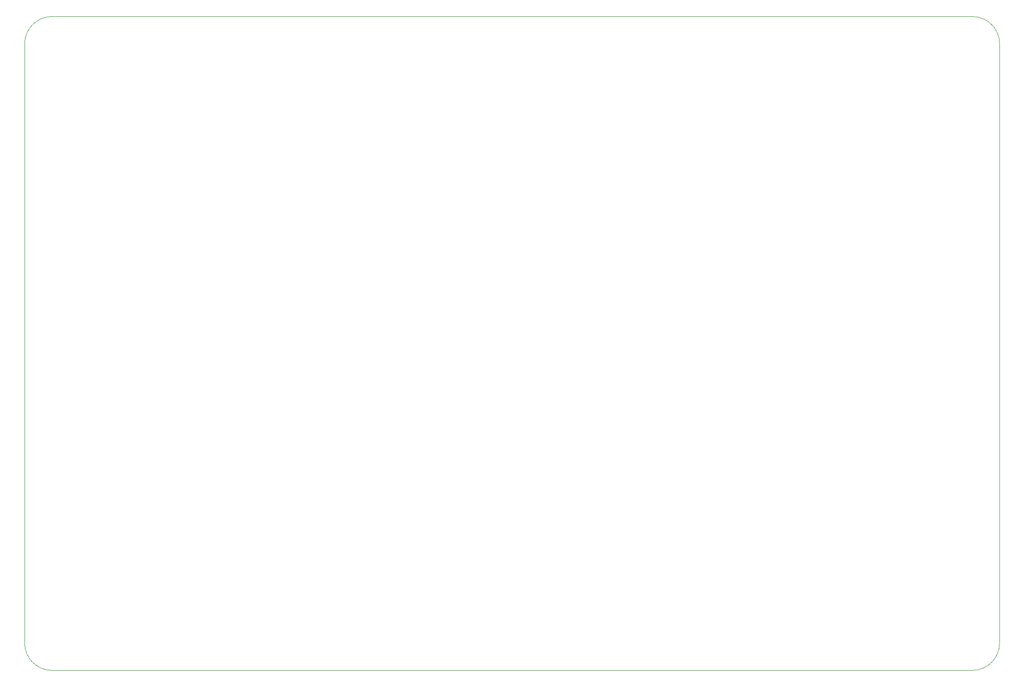
<source format=gm1>
%TF.GenerationSoftware,KiCad,Pcbnew,9.0.2*%
%TF.CreationDate,2025-06-27T07:38:12+02:00*%
%TF.ProjectId,GPIO Backplane Board,4750494f-2042-4616-936b-706c616e6520,Pico GPIO Wide*%
%TF.SameCoordinates,Original*%
%TF.FileFunction,Profile,NP*%
%FSLAX46Y46*%
G04 Gerber Fmt 4.6, Leading zero omitted, Abs format (unit mm)*
G04 Created by KiCad (PCBNEW 9.0.2) date 2025-06-27 07:38:12*
%MOMM*%
%LPD*%
G01*
G04 APERTURE LIST*
%TA.AperFunction,Profile*%
%ADD10C,0.100000*%
%TD*%
G04 APERTURE END LIST*
D10*
X172720000Y45720000D02*
G75*
G02*
X177800000Y40640000I0J-5080000D01*
G01*
X-3810000Y40640000D02*
G75*
G02*
X1270000Y45720000I5080002J-2D01*
G01*
X-3810000Y-71120000D02*
X-3810000Y40640000D01*
X177800000Y-71120000D02*
X177800000Y40640000D01*
X1270000Y45720000D02*
X172720000Y45720000D01*
X1270000Y-76200000D02*
G75*
G02*
X-3810000Y-71120000I2J5080002D01*
G01*
X1270000Y-76200000D02*
X172720000Y-76200000D01*
X177800000Y-71120000D02*
G75*
G02*
X172720000Y-76200000I-5080000J0D01*
G01*
M02*

</source>
